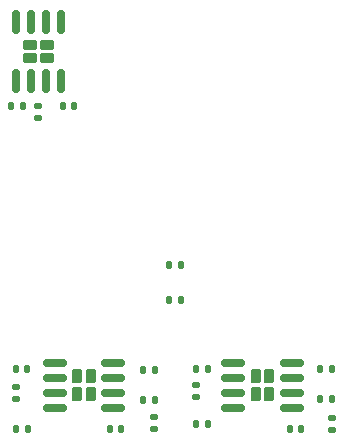
<source format=gbr>
%TF.GenerationSoftware,KiCad,Pcbnew,8.0.5*%
%TF.CreationDate,2024-11-17T12:10:01+05:30*%
%TF.ProjectId,line_in,6c696e65-5f69-46e2-9e6b-696361645f70,rev?*%
%TF.SameCoordinates,Original*%
%TF.FileFunction,Paste,Top*%
%TF.FilePolarity,Positive*%
%FSLAX46Y46*%
G04 Gerber Fmt 4.6, Leading zero omitted, Abs format (unit mm)*
G04 Created by KiCad (PCBNEW 8.0.5) date 2024-11-17 12:10:01*
%MOMM*%
%LPD*%
G01*
G04 APERTURE LIST*
G04 Aperture macros list*
%AMRoundRect*
0 Rectangle with rounded corners*
0 $1 Rounding radius*
0 $2 $3 $4 $5 $6 $7 $8 $9 X,Y pos of 4 corners*
0 Add a 4 corners polygon primitive as box body*
4,1,4,$2,$3,$4,$5,$6,$7,$8,$9,$2,$3,0*
0 Add four circle primitives for the rounded corners*
1,1,$1+$1,$2,$3*
1,1,$1+$1,$4,$5*
1,1,$1+$1,$6,$7*
1,1,$1+$1,$8,$9*
0 Add four rect primitives between the rounded corners*
20,1,$1+$1,$2,$3,$4,$5,0*
20,1,$1+$1,$4,$5,$6,$7,0*
20,1,$1+$1,$6,$7,$8,$9,0*
20,1,$1+$1,$8,$9,$2,$3,0*%
G04 Aperture macros list end*
%ADD10RoundRect,0.230000X0.375000X-0.230000X0.375000X0.230000X-0.375000X0.230000X-0.375000X-0.230000X0*%
%ADD11RoundRect,0.150000X0.150000X-0.825000X0.150000X0.825000X-0.150000X0.825000X-0.150000X-0.825000X0*%
%ADD12RoundRect,0.230000X-0.230000X-0.375000X0.230000X-0.375000X0.230000X0.375000X-0.230000X0.375000X0*%
%ADD13RoundRect,0.150000X-0.825000X-0.150000X0.825000X-0.150000X0.825000X0.150000X-0.825000X0.150000X0*%
%ADD14RoundRect,0.135000X-0.185000X0.135000X-0.185000X-0.135000X0.185000X-0.135000X0.185000X0.135000X0*%
%ADD15RoundRect,0.135000X-0.135000X-0.185000X0.135000X-0.185000X0.135000X0.185000X-0.135000X0.185000X0*%
%ADD16RoundRect,0.135000X0.135000X0.185000X-0.135000X0.185000X-0.135000X-0.185000X0.135000X-0.185000X0*%
%ADD17RoundRect,0.135000X0.185000X-0.135000X0.185000X0.135000X-0.185000X0.135000X-0.185000X-0.135000X0*%
%ADD18RoundRect,0.140000X0.140000X0.170000X-0.140000X0.170000X-0.140000X-0.170000X0.140000X-0.170000X0*%
%ADD19RoundRect,0.140000X-0.140000X-0.170000X0.140000X-0.170000X0.140000X0.170000X-0.140000X0.170000X0*%
G04 APERTURE END LIST*
D10*
%TO.C,U3*%
X50050000Y-60703000D03*
X51550000Y-60703000D03*
X50050000Y-59563000D03*
X51550000Y-59563000D03*
D11*
X48895000Y-62608000D03*
X50165000Y-62608000D03*
X51435000Y-62608000D03*
X52705000Y-62608000D03*
X52705000Y-57658000D03*
X51435000Y-57658000D03*
X50165000Y-57658000D03*
X48895000Y-57658000D03*
%TD*%
D12*
%TO.C,U2*%
X69215000Y-87630000D03*
X69215000Y-89130000D03*
X70355000Y-87630000D03*
X70355000Y-89130000D03*
D13*
X67310000Y-86475000D03*
X67310000Y-87745000D03*
X67310000Y-89015000D03*
X67310000Y-90285000D03*
X72260000Y-90285000D03*
X72260000Y-89015000D03*
X72260000Y-87745000D03*
X72260000Y-86475000D03*
%TD*%
D12*
%TO.C,U1*%
X54105000Y-87630000D03*
X54105000Y-89130000D03*
X55245000Y-87630000D03*
X55245000Y-89130000D03*
D13*
X52200000Y-86475000D03*
X52200000Y-87745000D03*
X52200000Y-89015000D03*
X52200000Y-90285000D03*
X57150000Y-90285000D03*
X57150000Y-89015000D03*
X57150000Y-87745000D03*
X57150000Y-86475000D03*
%TD*%
D14*
%TO.C,R14*%
X50800000Y-65788000D03*
X50800000Y-64768000D03*
%TD*%
D15*
%TO.C,R13*%
X74676000Y-86995000D03*
X75696000Y-86995000D03*
%TD*%
%TO.C,R12*%
X59686000Y-87122000D03*
X60706000Y-87122000D03*
%TD*%
D16*
%TO.C,R11*%
X49530000Y-64770000D03*
X48510000Y-64770000D03*
%TD*%
D17*
%TO.C,R10*%
X75696000Y-92202000D03*
X75696000Y-91182000D03*
%TD*%
D15*
%TO.C,R9*%
X64135000Y-91694000D03*
X65155000Y-91694000D03*
%TD*%
D14*
%TO.C,R8*%
X64135000Y-89412000D03*
X64135000Y-88392000D03*
%TD*%
D15*
%TO.C,R7*%
X74676000Y-89535000D03*
X75696000Y-89535000D03*
%TD*%
D17*
%TO.C,R6*%
X60581000Y-92077000D03*
X60581000Y-91057000D03*
%TD*%
D15*
%TO.C,R5*%
X61849000Y-81153000D03*
X62869000Y-81153000D03*
%TD*%
%TO.C,R4*%
X61845000Y-78232000D03*
X62865000Y-78232000D03*
%TD*%
%TO.C,R3*%
X48895000Y-92075000D03*
X49915000Y-92075000D03*
%TD*%
D14*
%TO.C,R2*%
X48895000Y-88515000D03*
X48895000Y-89535000D03*
%TD*%
D15*
%TO.C,R1*%
X59686000Y-89662000D03*
X60706000Y-89662000D03*
%TD*%
D18*
%TO.C,C5*%
X53848000Y-64770000D03*
X52888000Y-64770000D03*
%TD*%
D19*
%TO.C,C4*%
X72065000Y-92075000D03*
X73025000Y-92075000D03*
%TD*%
%TO.C,C3*%
X57785000Y-92075000D03*
X56825000Y-92075000D03*
%TD*%
%TO.C,C2*%
X64165000Y-86995000D03*
X65125000Y-86995000D03*
%TD*%
%TO.C,C1*%
X49855000Y-86995000D03*
X48895000Y-86995000D03*
%TD*%
M02*

</source>
